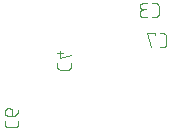
<source format=gbr>
G04 EAGLE Gerber RS-274X export*
G75*
%MOMM*%
%FSLAX34Y34*%
%LPD*%
%INSilkscreen Bottom*%
%IPPOS*%
%AMOC8*
5,1,8,0,0,1.08239X$1,22.5*%
G01*
%ADD10C,0.101600*%


D10*
X337058Y380351D02*
X337058Y377754D01*
X337060Y377655D01*
X337066Y377555D01*
X337075Y377456D01*
X337088Y377358D01*
X337105Y377260D01*
X337126Y377162D01*
X337151Y377066D01*
X337179Y376971D01*
X337211Y376877D01*
X337246Y376784D01*
X337285Y376692D01*
X337328Y376602D01*
X337373Y376514D01*
X337423Y376427D01*
X337475Y376343D01*
X337531Y376260D01*
X337589Y376180D01*
X337651Y376102D01*
X337716Y376027D01*
X337784Y375954D01*
X337854Y375884D01*
X337927Y375816D01*
X338002Y375751D01*
X338080Y375689D01*
X338160Y375631D01*
X338243Y375575D01*
X338327Y375523D01*
X338414Y375473D01*
X338502Y375428D01*
X338592Y375385D01*
X338684Y375346D01*
X338777Y375311D01*
X338871Y375279D01*
X338966Y375251D01*
X339062Y375226D01*
X339160Y375205D01*
X339258Y375188D01*
X339356Y375175D01*
X339455Y375166D01*
X339555Y375160D01*
X339654Y375158D01*
X346146Y375158D01*
X346245Y375160D01*
X346345Y375166D01*
X346444Y375175D01*
X346542Y375188D01*
X346640Y375205D01*
X346738Y375226D01*
X346834Y375251D01*
X346929Y375279D01*
X347023Y375311D01*
X347116Y375346D01*
X347208Y375385D01*
X347298Y375428D01*
X347386Y375473D01*
X347473Y375523D01*
X347557Y375575D01*
X347640Y375631D01*
X347720Y375689D01*
X347798Y375751D01*
X347873Y375816D01*
X347946Y375884D01*
X348016Y375954D01*
X348084Y376027D01*
X348149Y376102D01*
X348211Y376180D01*
X348269Y376260D01*
X348325Y376343D01*
X348377Y376427D01*
X348427Y376514D01*
X348472Y376602D01*
X348515Y376692D01*
X348554Y376784D01*
X348589Y376876D01*
X348621Y376971D01*
X348649Y377066D01*
X348674Y377162D01*
X348695Y377260D01*
X348712Y377358D01*
X348725Y377456D01*
X348734Y377555D01*
X348740Y377655D01*
X348742Y377754D01*
X348742Y380351D01*
X348742Y387313D02*
X339654Y384716D01*
X339654Y391207D01*
X342251Y389260D02*
X337058Y389260D01*
X292608Y331536D02*
X292608Y328939D01*
X292610Y328840D01*
X292616Y328740D01*
X292625Y328641D01*
X292638Y328543D01*
X292655Y328445D01*
X292676Y328347D01*
X292701Y328251D01*
X292729Y328156D01*
X292761Y328062D01*
X292796Y327969D01*
X292835Y327877D01*
X292878Y327787D01*
X292923Y327699D01*
X292973Y327612D01*
X293025Y327528D01*
X293081Y327445D01*
X293139Y327365D01*
X293201Y327287D01*
X293266Y327212D01*
X293334Y327139D01*
X293404Y327069D01*
X293477Y327001D01*
X293552Y326936D01*
X293630Y326874D01*
X293710Y326816D01*
X293793Y326760D01*
X293877Y326708D01*
X293964Y326658D01*
X294052Y326613D01*
X294142Y326570D01*
X294234Y326531D01*
X294327Y326496D01*
X294421Y326464D01*
X294516Y326436D01*
X294612Y326411D01*
X294710Y326390D01*
X294808Y326373D01*
X294906Y326360D01*
X295005Y326351D01*
X295105Y326345D01*
X295204Y326343D01*
X301696Y326343D01*
X301795Y326345D01*
X301895Y326351D01*
X301994Y326360D01*
X302092Y326373D01*
X302190Y326390D01*
X302288Y326411D01*
X302384Y326436D01*
X302479Y326464D01*
X302573Y326496D01*
X302666Y326531D01*
X302758Y326570D01*
X302848Y326613D01*
X302936Y326658D01*
X303023Y326708D01*
X303107Y326760D01*
X303190Y326816D01*
X303270Y326874D01*
X303348Y326936D01*
X303423Y327001D01*
X303496Y327069D01*
X303566Y327139D01*
X303634Y327212D01*
X303699Y327287D01*
X303761Y327365D01*
X303819Y327445D01*
X303875Y327528D01*
X303927Y327612D01*
X303977Y327699D01*
X304022Y327787D01*
X304065Y327877D01*
X304104Y327969D01*
X304139Y328061D01*
X304171Y328156D01*
X304199Y328251D01*
X304224Y328347D01*
X304245Y328445D01*
X304262Y328543D01*
X304275Y328641D01*
X304284Y328740D01*
X304290Y328840D01*
X304292Y328939D01*
X304292Y331536D01*
X299099Y335901D02*
X299099Y339796D01*
X299097Y339895D01*
X299091Y339995D01*
X299082Y340094D01*
X299069Y340192D01*
X299052Y340290D01*
X299031Y340388D01*
X299006Y340484D01*
X298978Y340579D01*
X298946Y340673D01*
X298911Y340766D01*
X298872Y340858D01*
X298829Y340948D01*
X298784Y341036D01*
X298734Y341123D01*
X298682Y341207D01*
X298626Y341290D01*
X298568Y341370D01*
X298506Y341448D01*
X298441Y341523D01*
X298373Y341596D01*
X298303Y341666D01*
X298230Y341734D01*
X298155Y341799D01*
X298077Y341861D01*
X297997Y341919D01*
X297914Y341975D01*
X297830Y342027D01*
X297743Y342077D01*
X297655Y342122D01*
X297565Y342165D01*
X297473Y342204D01*
X297380Y342239D01*
X297286Y342271D01*
X297191Y342299D01*
X297095Y342324D01*
X296997Y342345D01*
X296899Y342362D01*
X296801Y342375D01*
X296702Y342384D01*
X296602Y342390D01*
X296503Y342392D01*
X295854Y342392D01*
X295741Y342390D01*
X295628Y342384D01*
X295515Y342374D01*
X295402Y342360D01*
X295290Y342343D01*
X295179Y342321D01*
X295069Y342296D01*
X294959Y342266D01*
X294851Y342233D01*
X294744Y342196D01*
X294638Y342156D01*
X294534Y342111D01*
X294431Y342063D01*
X294330Y342012D01*
X294231Y341957D01*
X294134Y341899D01*
X294039Y341837D01*
X293946Y341772D01*
X293856Y341704D01*
X293768Y341633D01*
X293682Y341558D01*
X293599Y341481D01*
X293519Y341401D01*
X293442Y341318D01*
X293367Y341232D01*
X293296Y341144D01*
X293228Y341054D01*
X293163Y340961D01*
X293101Y340866D01*
X293043Y340769D01*
X292988Y340670D01*
X292937Y340569D01*
X292889Y340466D01*
X292844Y340362D01*
X292804Y340256D01*
X292767Y340149D01*
X292734Y340041D01*
X292704Y339931D01*
X292679Y339821D01*
X292657Y339710D01*
X292640Y339598D01*
X292626Y339485D01*
X292616Y339372D01*
X292610Y339259D01*
X292608Y339146D01*
X292610Y339033D01*
X292616Y338920D01*
X292626Y338807D01*
X292640Y338694D01*
X292657Y338582D01*
X292679Y338471D01*
X292704Y338361D01*
X292734Y338251D01*
X292767Y338143D01*
X292804Y338036D01*
X292844Y337930D01*
X292889Y337826D01*
X292937Y337723D01*
X292988Y337622D01*
X293043Y337523D01*
X293101Y337426D01*
X293163Y337331D01*
X293228Y337238D01*
X293296Y337148D01*
X293367Y337060D01*
X293442Y336974D01*
X293519Y336891D01*
X293599Y336811D01*
X293682Y336734D01*
X293768Y336659D01*
X293856Y336588D01*
X293946Y336520D01*
X294039Y336455D01*
X294134Y336393D01*
X294231Y336335D01*
X294330Y336280D01*
X294431Y336229D01*
X294534Y336181D01*
X294638Y336136D01*
X294744Y336096D01*
X294851Y336059D01*
X294959Y336026D01*
X295069Y335996D01*
X295179Y335971D01*
X295290Y335949D01*
X295402Y335932D01*
X295515Y335918D01*
X295628Y335908D01*
X295741Y335902D01*
X295854Y335900D01*
X295854Y335901D02*
X299099Y335901D01*
X299242Y335903D01*
X299385Y335909D01*
X299528Y335919D01*
X299670Y335933D01*
X299812Y335950D01*
X299954Y335972D01*
X300095Y335997D01*
X300235Y336027D01*
X300374Y336060D01*
X300512Y336097D01*
X300649Y336138D01*
X300785Y336182D01*
X300920Y336231D01*
X301053Y336283D01*
X301185Y336338D01*
X301315Y336398D01*
X301444Y336461D01*
X301571Y336527D01*
X301695Y336597D01*
X301818Y336670D01*
X301939Y336747D01*
X302058Y336827D01*
X302174Y336910D01*
X302289Y336996D01*
X302400Y337085D01*
X302510Y337178D01*
X302616Y337273D01*
X302720Y337372D01*
X302821Y337473D01*
X302920Y337577D01*
X303015Y337683D01*
X303108Y337793D01*
X303197Y337904D01*
X303283Y338019D01*
X303366Y338135D01*
X303446Y338254D01*
X303523Y338375D01*
X303596Y338497D01*
X303666Y338622D01*
X303732Y338749D01*
X303795Y338878D01*
X303855Y339008D01*
X303910Y339140D01*
X303962Y339273D01*
X304011Y339408D01*
X304055Y339544D01*
X304096Y339681D01*
X304133Y339819D01*
X304166Y339958D01*
X304196Y340098D01*
X304221Y340239D01*
X304243Y340381D01*
X304260Y340523D01*
X304274Y340665D01*
X304284Y340808D01*
X304290Y340951D01*
X304292Y341094D01*
X424114Y394208D02*
X426711Y394208D01*
X426810Y394210D01*
X426910Y394216D01*
X427009Y394225D01*
X427107Y394238D01*
X427205Y394255D01*
X427303Y394276D01*
X427399Y394301D01*
X427494Y394329D01*
X427588Y394361D01*
X427681Y394396D01*
X427773Y394435D01*
X427863Y394478D01*
X427951Y394523D01*
X428038Y394573D01*
X428122Y394625D01*
X428205Y394681D01*
X428285Y394739D01*
X428363Y394801D01*
X428438Y394866D01*
X428511Y394934D01*
X428581Y395004D01*
X428649Y395077D01*
X428714Y395152D01*
X428776Y395230D01*
X428834Y395310D01*
X428890Y395393D01*
X428942Y395477D01*
X428992Y395564D01*
X429037Y395652D01*
X429080Y395742D01*
X429119Y395834D01*
X429154Y395927D01*
X429186Y396021D01*
X429214Y396116D01*
X429239Y396212D01*
X429260Y396310D01*
X429277Y396408D01*
X429290Y396506D01*
X429299Y396605D01*
X429305Y396705D01*
X429307Y396804D01*
X429307Y403296D01*
X429305Y403395D01*
X429299Y403495D01*
X429290Y403594D01*
X429277Y403692D01*
X429260Y403790D01*
X429239Y403888D01*
X429214Y403984D01*
X429186Y404079D01*
X429154Y404173D01*
X429119Y404266D01*
X429080Y404358D01*
X429037Y404448D01*
X428992Y404536D01*
X428942Y404623D01*
X428890Y404707D01*
X428834Y404790D01*
X428776Y404870D01*
X428714Y404948D01*
X428649Y405023D01*
X428581Y405096D01*
X428511Y405166D01*
X428438Y405234D01*
X428363Y405299D01*
X428285Y405361D01*
X428205Y405419D01*
X428122Y405475D01*
X428038Y405527D01*
X427951Y405577D01*
X427863Y405622D01*
X427773Y405665D01*
X427681Y405704D01*
X427588Y405739D01*
X427494Y405771D01*
X427399Y405799D01*
X427303Y405824D01*
X427205Y405845D01*
X427107Y405862D01*
X427009Y405875D01*
X426910Y405884D01*
X426810Y405890D01*
X426711Y405892D01*
X424114Y405892D01*
X419749Y405892D02*
X419749Y404594D01*
X419749Y405892D02*
X413258Y405892D01*
X416504Y394208D01*
X417764Y419608D02*
X420361Y419608D01*
X420460Y419610D01*
X420560Y419616D01*
X420659Y419625D01*
X420757Y419638D01*
X420855Y419655D01*
X420953Y419676D01*
X421049Y419701D01*
X421144Y419729D01*
X421238Y419761D01*
X421331Y419796D01*
X421423Y419835D01*
X421513Y419878D01*
X421601Y419923D01*
X421688Y419973D01*
X421772Y420025D01*
X421855Y420081D01*
X421935Y420139D01*
X422013Y420201D01*
X422088Y420266D01*
X422161Y420334D01*
X422231Y420404D01*
X422299Y420477D01*
X422364Y420552D01*
X422426Y420630D01*
X422484Y420710D01*
X422540Y420793D01*
X422592Y420877D01*
X422642Y420964D01*
X422687Y421052D01*
X422730Y421142D01*
X422769Y421234D01*
X422804Y421327D01*
X422836Y421421D01*
X422864Y421516D01*
X422889Y421612D01*
X422910Y421710D01*
X422927Y421808D01*
X422940Y421906D01*
X422949Y422005D01*
X422955Y422105D01*
X422957Y422204D01*
X422957Y428696D01*
X422955Y428795D01*
X422949Y428895D01*
X422940Y428994D01*
X422927Y429092D01*
X422910Y429190D01*
X422889Y429288D01*
X422864Y429384D01*
X422836Y429479D01*
X422804Y429573D01*
X422769Y429666D01*
X422730Y429758D01*
X422687Y429848D01*
X422642Y429936D01*
X422592Y430023D01*
X422540Y430107D01*
X422484Y430190D01*
X422426Y430270D01*
X422364Y430348D01*
X422299Y430423D01*
X422231Y430496D01*
X422161Y430566D01*
X422088Y430634D01*
X422013Y430699D01*
X421935Y430761D01*
X421855Y430819D01*
X421772Y430875D01*
X421688Y430927D01*
X421601Y430977D01*
X421513Y431022D01*
X421423Y431065D01*
X421331Y431104D01*
X421238Y431139D01*
X421144Y431171D01*
X421049Y431199D01*
X420953Y431224D01*
X420855Y431245D01*
X420757Y431262D01*
X420659Y431275D01*
X420560Y431284D01*
X420460Y431290D01*
X420361Y431292D01*
X417764Y431292D01*
X413399Y419608D02*
X410154Y419608D01*
X410041Y419610D01*
X409928Y419616D01*
X409815Y419626D01*
X409702Y419640D01*
X409590Y419657D01*
X409479Y419679D01*
X409369Y419704D01*
X409259Y419734D01*
X409151Y419767D01*
X409044Y419804D01*
X408938Y419844D01*
X408834Y419889D01*
X408731Y419937D01*
X408630Y419988D01*
X408531Y420043D01*
X408434Y420101D01*
X408339Y420163D01*
X408246Y420228D01*
X408156Y420296D01*
X408068Y420367D01*
X407982Y420442D01*
X407899Y420519D01*
X407819Y420599D01*
X407742Y420682D01*
X407667Y420768D01*
X407596Y420856D01*
X407528Y420946D01*
X407463Y421039D01*
X407401Y421134D01*
X407343Y421231D01*
X407288Y421330D01*
X407237Y421431D01*
X407189Y421534D01*
X407144Y421638D01*
X407104Y421744D01*
X407067Y421851D01*
X407034Y421959D01*
X407004Y422069D01*
X406979Y422179D01*
X406957Y422290D01*
X406940Y422402D01*
X406926Y422515D01*
X406916Y422628D01*
X406910Y422741D01*
X406908Y422854D01*
X406910Y422967D01*
X406916Y423080D01*
X406926Y423193D01*
X406940Y423306D01*
X406957Y423418D01*
X406979Y423529D01*
X407004Y423639D01*
X407034Y423749D01*
X407067Y423857D01*
X407104Y423964D01*
X407144Y424070D01*
X407189Y424174D01*
X407237Y424277D01*
X407288Y424378D01*
X407343Y424477D01*
X407401Y424574D01*
X407463Y424669D01*
X407528Y424762D01*
X407596Y424852D01*
X407667Y424940D01*
X407742Y425026D01*
X407819Y425109D01*
X407899Y425189D01*
X407982Y425266D01*
X408068Y425341D01*
X408156Y425412D01*
X408246Y425480D01*
X408339Y425545D01*
X408434Y425607D01*
X408531Y425665D01*
X408630Y425720D01*
X408731Y425771D01*
X408834Y425819D01*
X408938Y425864D01*
X409044Y425904D01*
X409151Y425941D01*
X409259Y425974D01*
X409369Y426004D01*
X409479Y426029D01*
X409590Y426051D01*
X409702Y426068D01*
X409815Y426082D01*
X409928Y426092D01*
X410041Y426098D01*
X410154Y426100D01*
X409504Y431292D02*
X413399Y431292D01*
X409504Y431292D02*
X409403Y431290D01*
X409303Y431284D01*
X409203Y431274D01*
X409103Y431261D01*
X409004Y431243D01*
X408905Y431222D01*
X408808Y431197D01*
X408711Y431168D01*
X408616Y431135D01*
X408522Y431099D01*
X408430Y431059D01*
X408339Y431016D01*
X408250Y430969D01*
X408163Y430919D01*
X408077Y430865D01*
X407994Y430808D01*
X407914Y430748D01*
X407835Y430685D01*
X407759Y430618D01*
X407686Y430549D01*
X407616Y430477D01*
X407548Y430403D01*
X407483Y430326D01*
X407422Y430246D01*
X407363Y430164D01*
X407308Y430080D01*
X407256Y429994D01*
X407207Y429906D01*
X407162Y429816D01*
X407120Y429724D01*
X407082Y429631D01*
X407048Y429536D01*
X407017Y429441D01*
X406990Y429344D01*
X406967Y429246D01*
X406947Y429147D01*
X406932Y429047D01*
X406920Y428947D01*
X406912Y428847D01*
X406908Y428746D01*
X406908Y428646D01*
X406912Y428545D01*
X406920Y428445D01*
X406932Y428345D01*
X406947Y428245D01*
X406967Y428146D01*
X406990Y428048D01*
X407017Y427951D01*
X407048Y427856D01*
X407082Y427761D01*
X407120Y427668D01*
X407162Y427576D01*
X407207Y427486D01*
X407256Y427398D01*
X407308Y427312D01*
X407363Y427228D01*
X407422Y427146D01*
X407483Y427066D01*
X407548Y426989D01*
X407616Y426915D01*
X407686Y426843D01*
X407759Y426774D01*
X407835Y426707D01*
X407914Y426644D01*
X407994Y426584D01*
X408077Y426527D01*
X408163Y426473D01*
X408250Y426423D01*
X408339Y426376D01*
X408430Y426333D01*
X408522Y426293D01*
X408616Y426257D01*
X408711Y426224D01*
X408808Y426195D01*
X408905Y426170D01*
X409004Y426149D01*
X409103Y426131D01*
X409203Y426118D01*
X409303Y426108D01*
X409403Y426102D01*
X409504Y426100D01*
X409504Y426099D02*
X412101Y426099D01*
M02*

</source>
